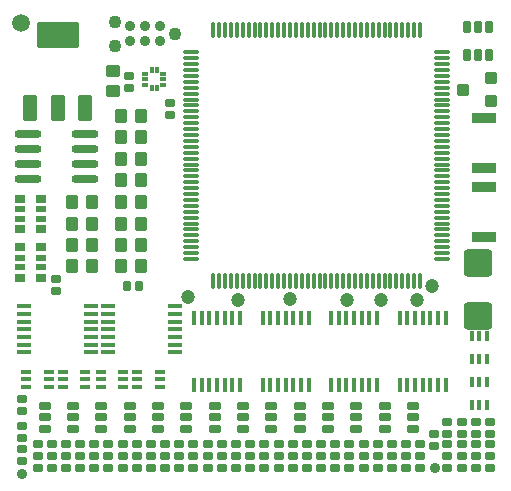
<source format=gts>
G04*
G04 #@! TF.GenerationSoftware,Altium Limited,Altium Designer,23.4.1 (23)*
G04*
G04 Layer_Color=8388736*
%FSLAX25Y25*%
%MOIN*%
G70*
G04*
G04 #@! TF.SameCoordinates,1A0D6C89-7462-4606-8FCB-5999C6F1BDD3*
G04*
G04*
G04 #@! TF.FilePolarity,Negative*
G04*
G01*
G75*
%ADD55O,0.01260X0.05512*%
%ADD56O,0.05512X0.01260*%
G04:AMPARAMS|DCode=57|XSize=39.37mil|YSize=41.34mil|CornerRadius=5.51mil|HoleSize=0mil|Usage=FLASHONLY|Rotation=90.000|XOffset=0mil|YOffset=0mil|HoleType=Round|Shape=RoundedRectangle|*
%AMROUNDEDRECTD57*
21,1,0.03937,0.03032,0,0,90.0*
21,1,0.02835,0.04134,0,0,90.0*
1,1,0.01102,0.01516,0.01417*
1,1,0.01102,0.01516,-0.01417*
1,1,0.01102,-0.01516,-0.01417*
1,1,0.01102,-0.01516,0.01417*
%
%ADD57ROUNDEDRECTD57*%
G04:AMPARAMS|DCode=58|XSize=39.37mil|YSize=41.34mil|CornerRadius=5.51mil|HoleSize=0mil|Usage=FLASHONLY|Rotation=90.000|XOffset=0mil|YOffset=0mil|HoleType=Round|Shape=RoundedRectangle|*
%AMROUNDEDRECTD58*
21,1,0.03937,0.03032,0,0,90.0*
21,1,0.02835,0.04134,0,0,90.0*
1,1,0.01102,0.01516,0.01417*
1,1,0.01102,0.01516,-0.01417*
1,1,0.01102,-0.01516,-0.01417*
1,1,0.01102,-0.01516,0.01417*
%
%ADD58ROUNDEDRECTD58*%
G04:AMPARAMS|DCode=59|XSize=47.24mil|YSize=88.58mil|CornerRadius=6.3mil|HoleSize=0mil|Usage=FLASHONLY|Rotation=0.000|XOffset=0mil|YOffset=0mil|HoleType=Round|Shape=RoundedRectangle|*
%AMROUNDEDRECTD59*
21,1,0.04724,0.07598,0,0,0.0*
21,1,0.03465,0.08858,0,0,0.0*
1,1,0.01260,0.01732,-0.03799*
1,1,0.01260,-0.01732,-0.03799*
1,1,0.01260,-0.01732,0.03799*
1,1,0.01260,0.01732,0.03799*
%
%ADD59ROUNDEDRECTD59*%
G04:AMPARAMS|DCode=60|XSize=47.24mil|YSize=88.58mil|CornerRadius=6.3mil|HoleSize=0mil|Usage=FLASHONLY|Rotation=0.000|XOffset=0mil|YOffset=0mil|HoleType=Round|Shape=RoundedRectangle|*
%AMROUNDEDRECTD60*
21,1,0.04724,0.07599,0,0,0.0*
21,1,0.03465,0.08858,0,0,0.0*
1,1,0.01260,0.01732,-0.03799*
1,1,0.01260,-0.01732,-0.03799*
1,1,0.01260,-0.01732,0.03799*
1,1,0.01260,0.01732,0.03799*
%
%ADD60ROUNDEDRECTD60*%
G04:AMPARAMS|DCode=61|XSize=141.73mil|YSize=88.58mil|CornerRadius=10.43mil|HoleSize=0mil|Usage=FLASHONLY|Rotation=0.000|XOffset=0mil|YOffset=0mil|HoleType=Round|Shape=RoundedRectangle|*
%AMROUNDEDRECTD61*
21,1,0.14173,0.06772,0,0,0.0*
21,1,0.12087,0.08858,0,0,0.0*
1,1,0.02087,0.06043,-0.03386*
1,1,0.02087,-0.06043,-0.03386*
1,1,0.02087,-0.06043,0.03386*
1,1,0.02087,0.06043,0.03386*
%
%ADD61ROUNDEDRECTD61*%
G04:AMPARAMS|DCode=62|XSize=43.31mil|YSize=47.24mil|CornerRadius=5.91mil|HoleSize=0mil|Usage=FLASHONLY|Rotation=0.000|XOffset=0mil|YOffset=0mil|HoleType=Round|Shape=RoundedRectangle|*
%AMROUNDEDRECTD62*
21,1,0.04331,0.03543,0,0,0.0*
21,1,0.03150,0.04724,0,0,0.0*
1,1,0.01181,0.01575,-0.01772*
1,1,0.01181,-0.01575,-0.01772*
1,1,0.01181,-0.01575,0.01772*
1,1,0.01181,0.01575,0.01772*
%
%ADD62ROUNDEDRECTD62*%
G04:AMPARAMS|DCode=63|XSize=27.56mil|YSize=39.37mil|CornerRadius=4.33mil|HoleSize=0mil|Usage=FLASHONLY|Rotation=180.000|XOffset=0mil|YOffset=0mil|HoleType=Round|Shape=RoundedRectangle|*
%AMROUNDEDRECTD63*
21,1,0.02756,0.03071,0,0,180.0*
21,1,0.01890,0.03937,0,0,180.0*
1,1,0.00866,-0.00945,0.01535*
1,1,0.00866,0.00945,0.01535*
1,1,0.00866,0.00945,-0.01535*
1,1,0.00866,-0.00945,-0.01535*
%
%ADD63ROUNDEDRECTD63*%
%ADD64C,0.03494*%
G04:AMPARAMS|DCode=65|XSize=31.5mil|YSize=27.56mil|CornerRadius=4.33mil|HoleSize=0mil|Usage=FLASHONLY|Rotation=180.000|XOffset=0mil|YOffset=0mil|HoleType=Round|Shape=RoundedRectangle|*
%AMROUNDEDRECTD65*
21,1,0.03150,0.01890,0,0,180.0*
21,1,0.02284,0.02756,0,0,180.0*
1,1,0.00866,-0.01142,0.00945*
1,1,0.00866,0.01142,0.00945*
1,1,0.00866,0.01142,-0.00945*
1,1,0.00866,-0.01142,-0.00945*
%
%ADD65ROUNDEDRECTD65*%
G04:AMPARAMS|DCode=66|XSize=27.56mil|YSize=39.37mil|CornerRadius=4.33mil|HoleSize=0mil|Usage=FLASHONLY|Rotation=270.000|XOffset=0mil|YOffset=0mil|HoleType=Round|Shape=RoundedRectangle|*
%AMROUNDEDRECTD66*
21,1,0.02756,0.03071,0,0,270.0*
21,1,0.01890,0.03937,0,0,270.0*
1,1,0.00866,-0.01535,-0.00945*
1,1,0.00866,-0.01535,0.00945*
1,1,0.00866,0.01535,0.00945*
1,1,0.00866,0.01535,-0.00945*
%
%ADD66ROUNDEDRECTD66*%
G04:AMPARAMS|DCode=67|XSize=90.55mil|YSize=94.49mil|CornerRadius=10.63mil|HoleSize=0mil|Usage=FLASHONLY|Rotation=90.000|XOffset=0mil|YOffset=0mil|HoleType=Round|Shape=RoundedRectangle|*
%AMROUNDEDRECTD67*
21,1,0.09055,0.07323,0,0,90.0*
21,1,0.06929,0.09449,0,0,90.0*
1,1,0.02126,0.03661,0.03465*
1,1,0.02126,0.03661,-0.03465*
1,1,0.02126,-0.03661,-0.03465*
1,1,0.02126,-0.03661,0.03465*
%
%ADD67ROUNDEDRECTD67*%
%ADD68C,0.03543*%
G04:AMPARAMS|DCode=69|XSize=29.53mil|YSize=35.43mil|CornerRadius=4.53mil|HoleSize=0mil|Usage=FLASHONLY|Rotation=90.000|XOffset=0mil|YOffset=0mil|HoleType=Round|Shape=RoundedRectangle|*
%AMROUNDEDRECTD69*
21,1,0.02953,0.02638,0,0,90.0*
21,1,0.02047,0.03543,0,0,90.0*
1,1,0.00906,0.01319,0.01024*
1,1,0.00906,0.01319,-0.01024*
1,1,0.00906,-0.01319,-0.01024*
1,1,0.00906,-0.01319,0.01024*
%
%ADD69ROUNDEDRECTD69*%
G04:AMPARAMS|DCode=70|XSize=21.65mil|YSize=35.43mil|CornerRadius=3.74mil|HoleSize=0mil|Usage=FLASHONLY|Rotation=90.000|XOffset=0mil|YOffset=0mil|HoleType=Round|Shape=RoundedRectangle|*
%AMROUNDEDRECTD70*
21,1,0.02165,0.02795,0,0,90.0*
21,1,0.01417,0.03543,0,0,90.0*
1,1,0.00748,0.01398,0.00709*
1,1,0.00748,0.01398,-0.00709*
1,1,0.00748,-0.01398,-0.00709*
1,1,0.00748,-0.01398,0.00709*
%
%ADD70ROUNDEDRECTD70*%
G04:AMPARAMS|DCode=71|XSize=35.43mil|YSize=82.68mil|CornerRadius=5.12mil|HoleSize=0mil|Usage=FLASHONLY|Rotation=90.000|XOffset=0mil|YOffset=0mil|HoleType=Round|Shape=RoundedRectangle|*
%AMROUNDEDRECTD71*
21,1,0.03543,0.07244,0,0,90.0*
21,1,0.02520,0.08268,0,0,90.0*
1,1,0.01024,0.03622,0.01260*
1,1,0.01024,0.03622,-0.01260*
1,1,0.01024,-0.03622,-0.01260*
1,1,0.01024,-0.03622,0.01260*
%
%ADD71ROUNDEDRECTD71*%
%ADD72O,0.01575X0.04724*%
%ADD73O,0.04724X0.01575*%
G04:AMPARAMS|DCode=74|XSize=16.54mil|YSize=35.43mil|CornerRadius=3.23mil|HoleSize=0mil|Usage=FLASHONLY|Rotation=90.000|XOffset=0mil|YOffset=0mil|HoleType=Round|Shape=RoundedRectangle|*
%AMROUNDEDRECTD74*
21,1,0.01654,0.02898,0,0,90.0*
21,1,0.01008,0.03543,0,0,90.0*
1,1,0.00646,0.01449,0.00504*
1,1,0.00646,0.01449,-0.00504*
1,1,0.00646,-0.01449,-0.00504*
1,1,0.00646,-0.01449,0.00504*
%
%ADD74ROUNDEDRECTD74*%
%ADD75O,0.09055X0.02756*%
G04:AMPARAMS|DCode=76|XSize=16.54mil|YSize=35.43mil|CornerRadius=3.23mil|HoleSize=0mil|Usage=FLASHONLY|Rotation=180.000|XOffset=0mil|YOffset=0mil|HoleType=Round|Shape=RoundedRectangle|*
%AMROUNDEDRECTD76*
21,1,0.01654,0.02898,0,0,180.0*
21,1,0.01008,0.03543,0,0,180.0*
1,1,0.00646,-0.00504,0.01449*
1,1,0.00646,0.00504,0.01449*
1,1,0.00646,0.00504,-0.01449*
1,1,0.00646,-0.00504,-0.01449*
%
%ADD76ROUNDEDRECTD76*%
%ADD77R,0.01870X0.01772*%
%ADD78R,0.01772X0.01870*%
G04:AMPARAMS|DCode=79|XSize=43.31mil|YSize=47.24mil|CornerRadius=5.91mil|HoleSize=0mil|Usage=FLASHONLY|Rotation=270.000|XOffset=0mil|YOffset=0mil|HoleType=Round|Shape=RoundedRectangle|*
%AMROUNDEDRECTD79*
21,1,0.04331,0.03543,0,0,270.0*
21,1,0.03150,0.04724,0,0,270.0*
1,1,0.01181,-0.01772,-0.01575*
1,1,0.01181,-0.01772,0.01575*
1,1,0.01181,0.01772,0.01575*
1,1,0.01181,0.01772,-0.01575*
%
%ADD79ROUNDEDRECTD79*%
G04:AMPARAMS|DCode=80|XSize=31.5mil|YSize=27.56mil|CornerRadius=4.33mil|HoleSize=0mil|Usage=FLASHONLY|Rotation=90.000|XOffset=0mil|YOffset=0mil|HoleType=Round|Shape=RoundedRectangle|*
%AMROUNDEDRECTD80*
21,1,0.03150,0.01890,0,0,90.0*
21,1,0.02284,0.02756,0,0,90.0*
1,1,0.00866,0.00945,0.01142*
1,1,0.00866,0.00945,-0.01142*
1,1,0.00866,-0.00945,-0.01142*
1,1,0.00866,-0.00945,0.01142*
%
%ADD80ROUNDEDRECTD80*%
%ADD81C,0.04294*%
%ADD82C,0.04724*%
%ADD83C,0.05906*%
D55*
X68405Y151083D02*
D03*
X70374D02*
D03*
X72342Y151083D02*
D03*
X74311D02*
D03*
X76279D02*
D03*
X78248D02*
D03*
X80216D02*
D03*
X82185Y151083D02*
D03*
X84153D02*
D03*
X86122D02*
D03*
X88090Y151083D02*
D03*
X90059D02*
D03*
X92028D02*
D03*
X93996D02*
D03*
X95965D02*
D03*
X97933D02*
D03*
X99902D02*
D03*
X101870D02*
D03*
X103839D02*
D03*
X105807D02*
D03*
X107776D02*
D03*
X109744Y151083D02*
D03*
X111713Y151083D02*
D03*
X113681D02*
D03*
X115650D02*
D03*
X117618D02*
D03*
X119587D02*
D03*
X121555Y151083D02*
D03*
X123524D02*
D03*
X125492D02*
D03*
X127461Y151083D02*
D03*
X129429D02*
D03*
X131398D02*
D03*
X133366D02*
D03*
X135335D02*
D03*
X137303Y151083D02*
D03*
Y67421D02*
D03*
X135335Y67421D02*
D03*
X133366D02*
D03*
X131398D02*
D03*
X129429D02*
D03*
X127461D02*
D03*
X125492Y67421D02*
D03*
X123524D02*
D03*
X121555D02*
D03*
X119587Y67421D02*
D03*
X117618D02*
D03*
X115650D02*
D03*
X113681D02*
D03*
X111713D02*
D03*
X109744Y67421D02*
D03*
X107776Y67421D02*
D03*
X105807D02*
D03*
X103839D02*
D03*
X101870D02*
D03*
X99902D02*
D03*
X97933D02*
D03*
X95965D02*
D03*
X93996D02*
D03*
X92028D02*
D03*
X90059D02*
D03*
X88090D02*
D03*
X86122Y67421D02*
D03*
X84153D02*
D03*
X82185D02*
D03*
X80216Y67421D02*
D03*
X78248D02*
D03*
X76279D02*
D03*
X74311D02*
D03*
X72342D02*
D03*
X70374Y67421D02*
D03*
X68405D02*
D03*
D56*
X144685Y143701D02*
D03*
Y141732D02*
D03*
X144685Y139764D02*
D03*
Y137795D02*
D03*
Y135827D02*
D03*
Y133858D02*
D03*
Y131890D02*
D03*
X144685Y129921D02*
D03*
Y127953D02*
D03*
Y125984D02*
D03*
X144685Y124016D02*
D03*
Y122047D02*
D03*
Y120079D02*
D03*
Y118110D02*
D03*
Y116142D02*
D03*
Y114173D02*
D03*
Y112205D02*
D03*
Y110236D02*
D03*
Y108268D02*
D03*
Y106299D02*
D03*
Y104331D02*
D03*
X144685Y102362D02*
D03*
X144685Y100394D02*
D03*
Y98425D02*
D03*
Y96457D02*
D03*
Y94488D02*
D03*
Y92520D02*
D03*
X144685Y90551D02*
D03*
Y88583D02*
D03*
Y86614D02*
D03*
X144685Y84646D02*
D03*
Y82677D02*
D03*
Y80709D02*
D03*
Y78740D02*
D03*
Y76772D02*
D03*
X144685Y74803D02*
D03*
X61024D02*
D03*
X61024Y76772D02*
D03*
Y78740D02*
D03*
Y80709D02*
D03*
Y82677D02*
D03*
Y84646D02*
D03*
X61024Y86614D02*
D03*
Y88583D02*
D03*
Y90551D02*
D03*
X61024Y92520D02*
D03*
Y94488D02*
D03*
Y96457D02*
D03*
Y98425D02*
D03*
Y100394D02*
D03*
X61024Y102362D02*
D03*
X61024Y104331D02*
D03*
Y106299D02*
D03*
Y108268D02*
D03*
Y110236D02*
D03*
Y112205D02*
D03*
Y114173D02*
D03*
Y116142D02*
D03*
Y118110D02*
D03*
Y120079D02*
D03*
Y122047D02*
D03*
Y124016D02*
D03*
X61024Y125984D02*
D03*
Y127953D02*
D03*
Y129921D02*
D03*
X61024Y131890D02*
D03*
Y133858D02*
D03*
Y135827D02*
D03*
Y137795D02*
D03*
Y139764D02*
D03*
X61024Y141732D02*
D03*
Y143701D02*
D03*
D57*
X161030Y127512D02*
D03*
X151778Y131252D02*
D03*
D58*
X161030Y134992D02*
D03*
D59*
X7480Y125197D02*
D03*
X25591D02*
D03*
D60*
X16535D02*
D03*
D61*
X16535Y149606D02*
D03*
D62*
X37795Y101181D02*
D03*
X44488Y101181D02*
D03*
Y108268D02*
D03*
X37795D02*
D03*
Y115354D02*
D03*
X44488D02*
D03*
Y122441D02*
D03*
X37795D02*
D03*
X27953Y93701D02*
D03*
X21260D02*
D03*
X44488Y93701D02*
D03*
X37795Y93701D02*
D03*
X27953Y86614D02*
D03*
X21260Y86614D02*
D03*
X44488Y86614D02*
D03*
X37795D02*
D03*
X27953Y79528D02*
D03*
X21260D02*
D03*
X44488D02*
D03*
X37795D02*
D03*
X21260Y72441D02*
D03*
X27953Y72441D02*
D03*
X44488Y72441D02*
D03*
X37795D02*
D03*
D63*
X160431Y152139D02*
D03*
X156691D02*
D03*
X152950D02*
D03*
Y142690D02*
D03*
X156691D02*
D03*
X160431D02*
D03*
D64*
X50748Y152441D02*
D03*
Y147441D02*
D03*
X45748Y152441D02*
D03*
X45748Y147441D02*
D03*
X40748Y152441D02*
D03*
Y147441D02*
D03*
D65*
X4724Y7480D02*
D03*
Y11417D02*
D03*
X151181Y20472D02*
D03*
Y16535D02*
D03*
X47638Y9055D02*
D03*
Y5118D02*
D03*
X61811Y9055D02*
D03*
X61811Y5118D02*
D03*
X80709Y12992D02*
D03*
Y9055D02*
D03*
Y5118D02*
D03*
Y9055D02*
D03*
X90158D02*
D03*
X90158Y12992D02*
D03*
X90158Y9055D02*
D03*
X90158Y5118D02*
D03*
X113780Y12992D02*
D03*
Y9055D02*
D03*
X137402D02*
D03*
X137402Y12992D02*
D03*
X137402Y9055D02*
D03*
X137402Y5118D02*
D03*
X54036Y122835D02*
D03*
Y126772D02*
D03*
X142126Y12598D02*
D03*
Y16535D02*
D03*
X4724Y28150D02*
D03*
Y24213D02*
D03*
X16142Y64173D02*
D03*
Y68110D02*
D03*
X160630Y16535D02*
D03*
Y20472D02*
D03*
X155905Y16535D02*
D03*
Y20472D02*
D03*
X146457Y16535D02*
D03*
Y20472D02*
D03*
X9843Y9055D02*
D03*
Y12992D02*
D03*
X14567Y9055D02*
D03*
Y12992D02*
D03*
X19291Y9055D02*
D03*
Y12992D02*
D03*
X24016Y9055D02*
D03*
Y12992D02*
D03*
X9843Y9055D02*
D03*
Y5118D02*
D03*
X14567Y9055D02*
D03*
Y5118D02*
D03*
X19291Y9055D02*
D03*
Y5118D02*
D03*
X24016Y9055D02*
D03*
Y5118D02*
D03*
X28740Y9055D02*
D03*
Y12992D02*
D03*
X33465Y9055D02*
D03*
Y12992D02*
D03*
X38189Y9055D02*
D03*
X38189Y12992D02*
D03*
X43031Y9055D02*
D03*
Y12992D02*
D03*
X28740Y9055D02*
D03*
Y5118D02*
D03*
X33465Y9055D02*
D03*
Y5118D02*
D03*
X38189Y9055D02*
D03*
X38189Y5118D02*
D03*
X42913Y9055D02*
D03*
Y5118D02*
D03*
X47638Y9055D02*
D03*
Y12992D02*
D03*
X52362Y9055D02*
D03*
Y12992D02*
D03*
X57087Y9055D02*
D03*
Y12992D02*
D03*
X61811Y9055D02*
D03*
Y12992D02*
D03*
X52362Y9055D02*
D03*
X52362Y5118D02*
D03*
X57087Y9055D02*
D03*
Y5118D02*
D03*
X66536Y12992D02*
D03*
Y9055D02*
D03*
X71260Y12992D02*
D03*
Y9055D02*
D03*
X75984Y12992D02*
D03*
Y9055D02*
D03*
X66536Y5118D02*
D03*
Y9055D02*
D03*
X71260Y5118D02*
D03*
Y9055D02*
D03*
X75984Y5118D02*
D03*
Y9055D02*
D03*
X85433D02*
D03*
Y12992D02*
D03*
X94882Y9055D02*
D03*
Y12992D02*
D03*
X99606Y9055D02*
D03*
Y12992D02*
D03*
X85433Y9055D02*
D03*
Y5118D02*
D03*
X94882Y9055D02*
D03*
Y5118D02*
D03*
X99606Y9055D02*
D03*
Y5118D02*
D03*
X104331Y12992D02*
D03*
Y9055D02*
D03*
X109055Y12992D02*
D03*
Y9055D02*
D03*
X118504Y12992D02*
D03*
Y9055D02*
D03*
X104331Y5118D02*
D03*
Y9055D02*
D03*
X109055Y5118D02*
D03*
Y9055D02*
D03*
X113780Y5118D02*
D03*
Y9055D02*
D03*
X118504Y5118D02*
D03*
Y9055D02*
D03*
X123228D02*
D03*
X123228Y12992D02*
D03*
X127953Y9055D02*
D03*
Y12992D02*
D03*
X132677Y9055D02*
D03*
Y12992D02*
D03*
X123228Y9055D02*
D03*
X123228Y5118D02*
D03*
X127953Y9055D02*
D03*
Y5118D02*
D03*
X132677Y9055D02*
D03*
Y5118D02*
D03*
X146457Y12992D02*
D03*
Y9055D02*
D03*
X151181Y12992D02*
D03*
Y9055D02*
D03*
X155905Y12992D02*
D03*
Y9055D02*
D03*
X160630Y12992D02*
D03*
Y9055D02*
D03*
X146457Y5118D02*
D03*
Y9055D02*
D03*
X151181Y5118D02*
D03*
Y9055D02*
D03*
X155905Y5118D02*
D03*
Y9055D02*
D03*
X160630Y5118D02*
D03*
Y9055D02*
D03*
X4724Y19094D02*
D03*
Y15157D02*
D03*
X40157Y131890D02*
D03*
Y135827D02*
D03*
D66*
X59449Y25787D02*
D03*
Y22047D02*
D03*
Y18307D02*
D03*
X50000Y18307D02*
D03*
Y22047D02*
D03*
X50000Y25787D02*
D03*
X21654D02*
D03*
X21654Y22047D02*
D03*
Y18307D02*
D03*
X12205D02*
D03*
Y22047D02*
D03*
X12205Y25787D02*
D03*
X40551Y25787D02*
D03*
Y22047D02*
D03*
Y18307D02*
D03*
X31102Y18307D02*
D03*
Y22047D02*
D03*
Y25787D02*
D03*
X78347D02*
D03*
Y22047D02*
D03*
Y18307D02*
D03*
X68898Y18307D02*
D03*
Y22047D02*
D03*
X68898Y25787D02*
D03*
X97244D02*
D03*
Y22047D02*
D03*
Y18307D02*
D03*
X87795D02*
D03*
Y22047D02*
D03*
Y25787D02*
D03*
X116142Y25787D02*
D03*
Y22047D02*
D03*
Y18307D02*
D03*
X106693D02*
D03*
Y22047D02*
D03*
Y25787D02*
D03*
X135039D02*
D03*
Y22047D02*
D03*
Y18307D02*
D03*
X125591Y18307D02*
D03*
Y22047D02*
D03*
X125591Y25787D02*
D03*
D67*
X156693Y55905D02*
D03*
Y73622D02*
D03*
D68*
X142402Y5118D02*
D03*
X4724Y3150D02*
D03*
D69*
X11024Y78642D02*
D03*
X3937D02*
D03*
Y68602D02*
D03*
X11024D02*
D03*
Y84744D02*
D03*
X3937D02*
D03*
Y94784D02*
D03*
X11024D02*
D03*
D70*
X3937Y72047D02*
D03*
Y75197D02*
D03*
X11024D02*
D03*
Y72047D02*
D03*
Y88189D02*
D03*
Y91339D02*
D03*
X3937D02*
D03*
Y88189D02*
D03*
D71*
X158661Y121653D02*
D03*
Y105118D02*
D03*
Y82284D02*
D03*
Y98819D02*
D03*
D72*
X145866Y55118D02*
D03*
X143307D02*
D03*
X140748D02*
D03*
X138189D02*
D03*
X135630D02*
D03*
X133071D02*
D03*
X130512D02*
D03*
X145866Y32677D02*
D03*
X143307Y32677D02*
D03*
X140748D02*
D03*
X138189Y32677D02*
D03*
X135630Y32677D02*
D03*
X133071D02*
D03*
X130512Y32677D02*
D03*
X77362Y55118D02*
D03*
X74803D02*
D03*
X72244D02*
D03*
X69685D02*
D03*
X67126D02*
D03*
X64567D02*
D03*
X62008D02*
D03*
X77362Y32677D02*
D03*
X74803D02*
D03*
X72244D02*
D03*
X69685D02*
D03*
X67126D02*
D03*
X64567D02*
D03*
X62008D02*
D03*
X100197Y55118D02*
D03*
X97638D02*
D03*
X95079D02*
D03*
X92520D02*
D03*
X89961D02*
D03*
X87402D02*
D03*
X84843D02*
D03*
X100197Y32677D02*
D03*
X97638D02*
D03*
X95079D02*
D03*
X92520D02*
D03*
X89961D02*
D03*
X87402D02*
D03*
X84843D02*
D03*
X123031Y55118D02*
D03*
X120472D02*
D03*
X117913D02*
D03*
X115354D02*
D03*
X112795D02*
D03*
X110236D02*
D03*
X107677D02*
D03*
X123031Y32677D02*
D03*
X120472D02*
D03*
X117913D02*
D03*
X115354D02*
D03*
X112795D02*
D03*
X110236D02*
D03*
X107677D02*
D03*
D73*
X55709Y43701D02*
D03*
Y46260D02*
D03*
Y48819D02*
D03*
Y51378D02*
D03*
Y53937D02*
D03*
Y56496D02*
D03*
Y59055D02*
D03*
X33268Y43701D02*
D03*
Y46260D02*
D03*
Y48819D02*
D03*
Y51378D02*
D03*
Y53937D02*
D03*
Y56496D02*
D03*
Y59055D02*
D03*
X27756Y43701D02*
D03*
Y46260D02*
D03*
Y48819D02*
D03*
Y51378D02*
D03*
Y53937D02*
D03*
Y56496D02*
D03*
Y59055D02*
D03*
X5315Y43701D02*
D03*
Y46260D02*
D03*
Y48819D02*
D03*
Y51378D02*
D03*
Y53937D02*
D03*
Y56496D02*
D03*
Y59055D02*
D03*
D74*
X38386Y32087D02*
D03*
Y34646D02*
D03*
Y37205D02*
D03*
X30906Y32087D02*
D03*
Y34646D02*
D03*
Y37205D02*
D03*
X18307Y37205D02*
D03*
Y34646D02*
D03*
Y32087D02*
D03*
X25787Y37205D02*
D03*
Y34646D02*
D03*
Y32087D02*
D03*
X13583Y32087D02*
D03*
Y34646D02*
D03*
Y37205D02*
D03*
X6102Y32087D02*
D03*
Y34646D02*
D03*
Y37205D02*
D03*
X43110Y37205D02*
D03*
Y34646D02*
D03*
Y32087D02*
D03*
X50591Y37205D02*
D03*
Y34646D02*
D03*
Y32087D02*
D03*
D75*
X6693Y116557D02*
D03*
X6693Y111557D02*
D03*
X6693Y106557D02*
D03*
Y101557D02*
D03*
X25591Y116557D02*
D03*
X25591Y111557D02*
D03*
X25591Y106557D02*
D03*
Y101557D02*
D03*
D76*
X159646Y49016D02*
D03*
X157087D02*
D03*
X154528D02*
D03*
X159646Y41535D02*
D03*
X157087Y41535D02*
D03*
X154528Y41535D02*
D03*
X159646Y33661D02*
D03*
X157087Y33661D02*
D03*
X154528Y33661D02*
D03*
X159646Y26181D02*
D03*
X157087D02*
D03*
X154528D02*
D03*
D77*
X45817Y132677D02*
D03*
Y134646D02*
D03*
Y136614D02*
D03*
X51821D02*
D03*
Y134646D02*
D03*
Y132677D02*
D03*
D78*
X47835Y137648D02*
D03*
X49803D02*
D03*
Y131644D02*
D03*
X47835D02*
D03*
D79*
X34941Y130709D02*
D03*
Y137402D02*
D03*
D80*
X43701Y65748D02*
D03*
X39764D02*
D03*
D81*
X55748Y149941D02*
D03*
X35748Y145941D02*
D03*
Y153941D02*
D03*
D82*
X94095Y61417D02*
D03*
X141339Y65748D02*
D03*
X136221Y61024D02*
D03*
X124409D02*
D03*
X112992Y61024D02*
D03*
X76772Y61024D02*
D03*
X59842Y62205D02*
D03*
D83*
X4331Y153543D02*
D03*
M02*

</source>
